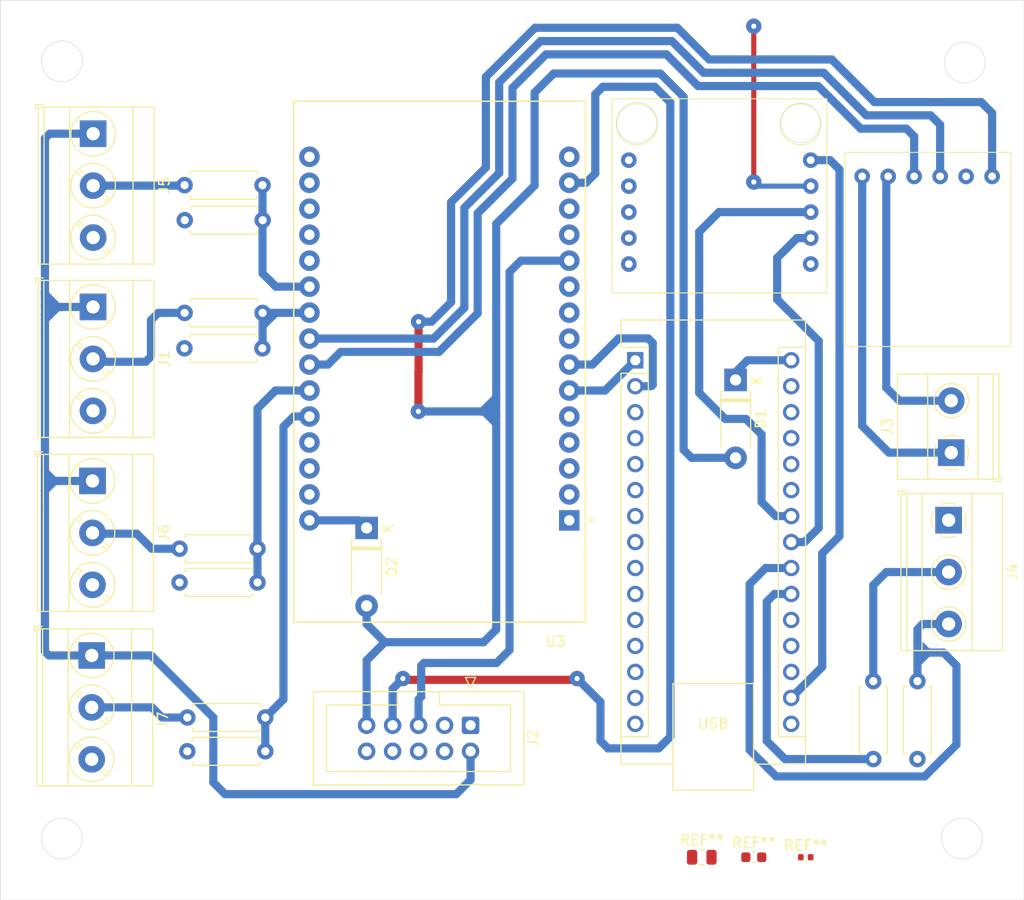
<source format=kicad_pcb>
(kicad_pcb (version 20240108) (generator "pcbnew") (generator_version "8.0")
  (layers (0 "F.Cu" signal) (31 "B.Cu" signal) (34 "B.Paste" user) (35 "F.Paste" user) (36 "B.SilkS" user "B.Silkscreen") (37 "F.SilkS" user "F.Silkscreen") (38 "B.Mask" user) (39 "F.Mask" user) (44 "Edge.Cuts" user))
  (net 0 "")
  (net 7 "3.3V")
  (net 11 "Net-(A1-A5)")
  (net 14 "Net-(A1-VIN)")
  (net 22 "Net-(J4-Pin_2)")
  (net 24 "GND")
  (net 31 "Net-(A1-A4)")
  (net 48 "nanoRX")
  (net 49 "nanoTX")
  (net 50 "5V")
  (net 51 "Net-(D2-K)")
  (net 52 "+12")
  (net 53 "Net-(J1-Pin_2)")
  (net 54 "ESP_SCL")
  (net 55 "ESP_SDA")
  (net 56 "CANL")
  (net 57 "CANH")
  (net 58 "Net-(J5-Pin_2)")
  (net 59 "Net-(J6-Pin_2)")
  (net 60 "Net-(J7-Pin_2)")
  (net 61 "WS1")
  (net 62 "WS2")
  (net 63 "WS3")
  (net 64 "WS4")
  (net 65 "RX_ESP")
  (net 66 "TX_ESP")
  (net 74 "Net-(A1-A3)")
  (net 75 "Net-(A1-A2)")
  (footprint "Connector_IDC:IDC-Header_2x05_P2.54mm_Vertical" (layer "F.Cu") (at 102.616 134.112 -90)
    (property "Reference" "J2" (at 1.27 -6.1 90) (layer "F.SilkS"))
    (property "Value" "Conn_02x05_Odd_Even")
    (pad "1" thru_hole roundrect (at 0 0 270) (size 1.7 1.7) (drill 1) (layers "*.Cu" "*.Mask") (roundrect_rratio 0.147059))
    (pad "2" thru_hole circle (at 2.54 0 270) (size 1.7 1.7) (drill 1) (layers "*.Cu" "*.Mask") (net 52 "+12"))
    (pad "3" thru_hole circle (at 0 2.54 270) (size 1.7 1.7) (drill 1) (layers "*.Cu" "*.Mask") (net 24 "GND"))
    (pad "4" thru_hole circle (at 2.54 2.54 270) (size 1.7 1.7) (drill 1) (layers "*.Cu" "*.Mask"))
    (pad "5" thru_hole circle (at 0 5.08 270) (size 1.7 1.7) (drill 1) (layers "*.Cu" "*.Mask") (net 55 "ESP_SDA"))
    (pad "6" thru_hole circle (at 2.54 5.08 270) (size 1.7 1.7) (drill 1) (layers "*.Cu" "*.Mask"))
    (pad "7" thru_hole circle (at 0 7.62 270) (size 1.7 1.7) (drill 1) (layers "*.Cu" "*.Mask") (net 54 "ESP_SCL"))
    (pad "8" thru_hole circle (at 2.54 7.62 270) (size 1.7 1.7) (drill 1) (layers "*.Cu" "*.Mask"))
    (pad "9" thru_hole circle (at 0 10.16 270) (size 1.7 1.7) (drill 1) (layers "*.Cu" "*.Mask") (net 50 "5V"))
    (pad "10" thru_hole circle (at 2.54 10.16 270) (size 1.7 1.7) (drill 1) (layers "*.Cu" "*.Mask"))
  )
  (footprint "Resistor_THT:R_Axial_DIN0207_L6.3mm_D2.5mm_P7.62mm_Horizontal" (layer "F.Cu") (at 74.93 136.652)
    (property "Reference" "R1" (hide yes))
    (property "Value" "220k")
    (pad "1" thru_hole circle (at 0 0) (size 1.6 1.6) (drill 0.8) (layers "*.Cu" "*.Mask") (net 24 "GND"))
    (pad "2" thru_hole oval (at 7.62 0) (size 1.6 1.6) (drill 0.8) (layers "*.Cu" "*.Mask") (net 61 "WS1"))
  )
  (footprint "TerminalBlock_Phoenix:TerminalBlock_Phoenix_MKDS-3-3-5.08_1x03_P5.08mm_Horizontal" (layer "F.Cu") (at 65.7098 93.1926 -90)
    (property "Reference" "J1" (at 5.08 -6.96 90) (layer "F.SilkS"))
    (property "Value" "WheelSpeed_3")
    (pad "1" thru_hole rect (at 0 0 270) (size 2.6 2.6) (drill 1.3) (layers "*.Cu" "*.Mask") (net 52 "+12"))
    (pad "2" thru_hole circle (at 5.08 0 270) (size 2.6 2.6) (drill 1.3) (layers "*.Cu" "*.Mask") (net 53 "Net-(J1-Pin_2)"))
    (pad "3" thru_hole circle (at 10.16 0 270) (size 2.6 2.6) (drill 1.3) (layers "*.Cu" "*.Mask") (net 24 "GND"))
  )
  (footprint "Resistor_THT:R_Axial_DIN0207_L6.3mm_D2.5mm_P7.62mm_Horizontal" (layer "F.Cu") (at 82.286192 93.771353 180)
    (property "Reference" "R6" (hide yes))
    (property "Value" "680K")
    (pad "1" thru_hole circle (at 0 0 180) (size 1.6 1.6) (drill 0.8) (layers "*.Cu" "*.Mask") (net 63 "WS3"))
    (pad "2" thru_hole oval (at 7.62 0 180) (size 1.6 1.6) (drill 0.8) (layers "*.Cu" "*.Mask") (net 53 "Net-(J1-Pin_2)"))
  )
  (footprint "Diode_THT:D_DO-41_SOD81_P7.62mm_Horizontal" (layer "F.Cu") (at 128.524 100.33 -90)
    (property "Reference" "D1" (at 3.81 -2.47 90) (layer "F.SilkS"))
    (property "Value" "1N4007")
    (fp_text user "K" (at 0 -2.1 90) (layer "F.SilkS"))
    (pad "1" thru_hole rect (at 0 0 270) (size 2.2 2.2) (drill 1.1) (layers "*.Cu" "*.Mask") (net 14 "Net-(A1-VIN)"))
    (pad "2" thru_hole oval (at 7.62 0 270) (size 2.2 2.2) (drill 1.1) (layers "*.Cu" "*.Mask") (net 50 "5V"))
  )
  (footprint "TerminalBlock_Phoenix:TerminalBlock_Phoenix_MKDS-1,5-3-5.08_1x03_P5.08mm_Horizontal" (layer "F.Cu") (at 149.352 114.046 -90)
    (property "Reference" "J4" (at 5.08 -6.26 90) (layer "F.SilkS"))
    (property "Value" "Screw_Terminal_01x03")
    (pad "1" thru_hole rect (at 0 0 270) (size 2.6 2.6) (drill 1.3) (layers "*.Cu" "*.Mask") (net 24 "GND"))
    (pad "2" thru_hole circle (at 5.08 0 270) (size 2.6 2.6) (drill 1.3) (layers "*.Cu" "*.Mask") (net 22 "Net-(J4-Pin_2)"))
    (pad "3" thru_hole circle (at 10.16 0 270) (size 2.6 2.6) (drill 1.3) (layers "*.Cu" "*.Mask") (net 74 "Net-(A1-A3)"))
  )
  (footprint "Module:Arduino_Nano" (layer "F.Cu") (at 118.721918 98.409153)
    (property "Reference" "A1" (hide yes))
    (property "Value" "Arduino_Nano_v2.x" (hide yes))
    (fp_text user "USB" (at 7.62 35.56 0) (layer "F.SilkS"))
    (pad "1" thru_hole rect (at 0 0) (size 1.6 1.6) (drill 1) (layers "*.Cu" "*.Mask") (net 49 "nanoTX"))
    (pad "2" thru_hole oval (at 0 2.54) (size 1.6 1.6) (drill 1) (layers "*.Cu" "*.Mask") (net 48 "nanoRX"))
    (pad "3" thru_hole oval (at 0 5.08) (size 1.6 1.6) (drill 1) (layers "*.Cu" "*.Mask"))
    (pad "4" thru_hole oval (at 0 7.62) (size 1.6 1.6) (drill 1) (layers "*.Cu" "*.Mask"))
    (pad "5" thru_hole oval (at 0 10.16) (size 1.6 1.6) (drill 1) (layers "*.Cu" "*.Mask"))
    (pad "6" thru_hole oval (at 0 12.7) (size 1.6 1.6) (drill 1) (layers "*.Cu" "*.Mask"))
    (pad "7" thru_hole oval (at 0 15.24) (size 1.6 1.6) (drill 1) (layers "*.Cu" "*.Mask"))
    (pad "8" thru_hole oval (at 0 17.78) (size 1.6 1.6) (drill 1) (layers "*.Cu" "*.Mask"))
    (pad "9" thru_hole oval (at 0 20.32) (size 1.6 1.6) (drill 1) (layers "*.Cu" "*.Mask"))
    (pad "10" thru_hole oval (at 0 22.86) (size 1.6 1.6) (drill 1) (layers "*.Cu" "*.Mask"))
    (pad "11" thru_hole oval (at 0 25.4) (size 1.6 1.6) (drill 1) (layers "*.Cu" "*.Mask"))
    (pad "12" thru_hole oval (at 0 27.94) (size 1.6 1.6) (drill 1) (layers "*.Cu" "*.Mask"))
    (pad "13" thru_hole oval (at 0 30.48) (size 1.6 1.6) (drill 1) (layers "*.Cu" "*.Mask"))
    (pad "14" thru_hole oval (at 0 33.02) (size 1.6 1.6) (drill 1) (layers "*.Cu" "*.Mask"))
    (pad "15" thru_hole oval (at 0 35.56) (size 1.6 1.6) (drill 1) (layers "*.Cu" "*.Mask"))
    (pad "16" thru_hole oval (at 15.24 35.56) (size 1.6 1.6) (drill 1) (layers "*.Cu" "*.Mask"))
    (pad "17" thru_hole oval (at 15.24 33.02) (size 1.6 1.6) (drill 1) (layers "*.Cu" "*.Mask") (net 7 "3.3V"))
    (pad "18" thru_hole oval (at 15.24 30.48) (size 1.6 1.6) (drill 1) (layers "*.Cu" "*.Mask"))
    (pad "19" thru_hole oval (at 15.24 27.94) (size 1.6 1.6) (drill 1) (layers "*.Cu" "*.Mask"))
    (pad "20" thru_hole oval (at 15.24 25.4) (size 1.6 1.6) (drill 1) (layers "*.Cu" "*.Mask"))
    (pad "21" thru_hole oval (at 15.24 22.86) (size 1.6 1.6) (drill 1) (layers "*.Cu" "*.Mask") (net 75 "Net-(A1-A2)"))
    (pad "22" thru_hole oval (at 15.24 20.32) (size 1.6 1.6) (drill 1) (layers "*.Cu" "*.Mask") (net 74 "Net-(A1-A3)"))
    (pad "23" thru_hole oval (at 15.24 17.78) (size 1.6 1.6) (drill 1) (layers "*.Cu" "*.Mask") (net 31 "Net-(A1-A4)"))
    (pad "24" thru_hole oval (at 15.24 15.24) (size 1.6 1.6) (drill 1) (layers "*.Cu" "*.Mask") (net 11 "Net-(A1-A5)"))
    (pad "25" thru_hole oval (at 15.24 12.7) (size 1.6 1.6) (drill 1) (layers "*.Cu" "*.Mask"))
    (pad "26" thru_hole oval (at 15.24 10.16) (size 1.6 1.6) (drill 1) (layers "*.Cu" "*.Mask"))
    (pad "27" thru_hole oval (at 15.24 7.62) (size 1.6 1.6) (drill 1) (layers "*.Cu" "*.Mask"))
    (pad "28" thru_hole oval (at 15.24 5.08) (size 1.6 1.6) (drill 1) (layers "*.Cu" "*.Mask"))
    (pad "29" thru_hole oval (at 15.24 2.54) (size 1.6 1.6) (drill 1) (layers "*.Cu" "*.Mask"))
    (pad "30" thru_hole oval (at 15.24 0) (size 1.6 1.6) (drill 1) (layers "*.Cu" "*.Mask") (net 14 "Net-(A1-VIN)"))
  )
  (footprint "Resistor_THT:R_Axial_DIN0207_L6.3mm_D2.5mm_P7.62mm_Horizontal" (layer "F.Cu") (at 141.986 129.794 -90)
    (property "Reference" "R10" (hide yes))
    (property "Value" "100")
    (pad "1" thru_hole circle (at 0 0 270) (size 1.6 1.6) (drill 0.8) (layers "*.Cu" "*.Mask") (net 22 "Net-(J4-Pin_2)"))
    (pad "2" thru_hole oval (at 7.62 0 270) (size 1.6 1.6) (drill 0.8) (layers "*.Cu" "*.Mask") (net 75 "Net-(A1-A2)"))
  )
  (footprint "Resistor_THT:R_Axial_DIN0207_L6.3mm_D2.5mm_P7.62mm_Horizontal" (layer "F.Cu") (at 146.304 137.414 90)
    (property "Reference" "R9" (hide yes))
    (property "Value" "330")
    (pad "1" thru_hole circle (at 0 0 90) (size 1.6 1.6) (drill 0.8) (layers "*.Cu" "*.Mask") (net 24 "GND"))
    (pad "2" thru_hole oval (at 7.62 0 90) (size 1.6 1.6) (drill 0.8) (layers "*.Cu" "*.Mask") (net 74 "Net-(A1-A3)"))
  )
  (footprint "Resistor_THT:R_Axial_DIN0207_L6.3mm_D2.5mm_P7.62mm_Horizontal" (layer "F.Cu") (at 74.676 84.706206)
    (property "Reference" "R7" (hide yes))
    (property "Value" "220k")
    (pad "1" thru_hole circle (at 0 0) (size 1.6 1.6) (drill 0.8) (layers "*.Cu" "*.Mask") (net 24 "GND"))
    (pad "2" thru_hole oval (at 7.62 0) (size 1.6 1.6) (drill 0.8) (layers "*.Cu" "*.Mask") (net 64 "WS4"))
  )
  (footprint "Capacitor_SMD:C_0603_1608Metric" (layer "F.Cu") (at 130.302 147.0152)
    (property "Reference" "REF**" (at 0 -1.43 0) (layer "F.SilkS"))
    (property "Value" "C_0603_1608Metric")
    (pad "1" smd roundrect (at -0.775 0) (size 0.9 0.95) (layers "F.Cu" "F.Paste" "F.Mask"))
    (pad "2" smd roundrect (at 0.775 0) (size 0.9 0.95) (layers "F.Cu" "F.Paste" "F.Mask"))
  )
  (footprint "Resistor_THT:R_Axial_DIN0207_L6.3mm_D2.5mm_P7.62mm_Horizontal" (layer "F.Cu") (at 74.649016 97.24028)
    (property "Reference" "R5" (hide yes))
    (property "Value" "220k")
    (pad "1" thru_hole circle (at 0 0) (size 1.6 1.6) (drill 0.8) (layers "*.Cu" "*.Mask") (net 24 "GND"))
    (pad "2" thru_hole oval (at 7.62 0) (size 1.6 1.6) (drill 0.8) (layers "*.Cu" "*.Mask") (net 63 "WS3"))
  )
  (footprint "TerminalBlock_Phoenix:TerminalBlock_Phoenix_MKDS-3-3-5.08_1x03_P5.08mm_Horizontal" (layer "F.Cu") (at 65.5828 127.2794 -90)
    (property "Reference" "J7" (at 6.35 -6.96 90) (layer "F.SilkS"))
    (property "Value" "WheelSpeed_1")
    (pad "1" thru_hole rect (at 0 0 270) (size 2.6 2.6) (drill 1.3) (layers "*.Cu" "*.Mask") (net 52 "+12"))
    (pad "2" thru_hole circle (at 5.08 0 270) (size 2.6 2.6) (drill 1.3) (layers "*.Cu" "*.Mask") (net 60 "Net-(J7-Pin_2)"))
    (pad "3" thru_hole circle (at 10.16 0 270) (size 2.6 2.6) (drill 1.3) (layers "*.Cu" "*.Mask") (net 24 "GND"))
  )
  (footprint "TerminalBlock_Phoenix:TerminalBlock_Phoenix_MKDS-1,5-2-5.08_1x02_P5.08mm_Horizontal" (layer "F.Cu") (at 149.606 107.442 90)
    (property "Reference" "J3" (at 2.54 -6.26 90) (layer "F.SilkS"))
    (property "Value" "Screw_Terminal_01x02")
    (pad "1" thru_hole rect (at 0 0 90) (size 2.6 2.6) (drill 1.3) (layers "*.Cu" "*.Mask") (net 56 "CANL"))
    (pad "2" thru_hole circle (at 5.08 0 90) (size 2.6 2.6) (drill 1.3) (layers "*.Cu" "*.Mask") (net 57 "CANH"))
  )
  (footprint "bno055:BNO055" (layer "F.Cu") (at 127.869237 65.335499)
    (property "Reference" "U1" (hide yes))
    (property "Value" "~" (hide yes))
    (pad "1" thru_hole circle (at 8 13.5) (size 1.524 1.524) (drill 0.762) (layers "*.Cu" "*.Mask") (net 7 "3.3V"))
    (pad "2" thru_hole circle (at 8 16.04) (size 1.524 1.524) (drill 0.762) (layers "*.Cu" "*.Mask") (net 24 "GND"))
    (pad "3" thru_hole circle (at 8 18.58) (size 1.524 1.524) (drill 0.762) (layers "*.Cu" "*.Mask") (net 11 "Net-(A1-A5)"))
    (pad "4" thru_hole circle (at 8 21.12) (size 1.524 1.524) (drill 0.762) (layers "*.Cu" "*.Mask") (net 31 "Net-(A1-A4)"))
    (pad "5" thru_hole circle (at 8 23.66) (size 1.524 1.524) (drill 0.762) (layers "*.Cu" "*.Mask"))
    (pad "6" thru_hole circle (at -9.78 13.5) (size 1.524 1.524) (drill 0.762) (layers "*.Cu" "*.Mask"))
    (pad "7" thru_hole circle (at -9.78 16.04) (size 1.524 1.524) (drill 0.762) (layers "*.Cu" "*.Mask"))
    (pad "8" thru_hole circle (at -9.78 18.58) (size 1.524 1.524) (drill 0.762) (layers "*.Cu" "*.Mask"))
    (pad "9" thru_hole circle (at -9.78 21.12) (size 1.524 1.524) (drill 0.762) (layers "*.Cu" "*.Mask"))
    (pad "10" thru_hole circle (at -9.78 23.66) (size 1.524 1.524) (drill 0.762) (layers "*.Cu" "*.Mask"))
  )
  (footprint "Capacitor_SMD:C_0402_1005Metric" (layer "F.Cu") (at 135.382 147.0152)
    (property "Reference" "REF**" (at 0 -1.16 0) (layer "F.SilkS"))
    (property "Value" "C_0402_1005Metric")
    (pad "1" smd roundrect (at -0.48 0) (size 0.56 0.62) (layers "F.Cu" "F.Paste" "F.Mask"))
    (pad "2" smd roundrect (at 0.48 0) (size 0.56 0.62) (layers "F.Cu" "F.Paste" "F.Mask"))
  )
  (footprint "Capacitor_SMD:C_0805_2012Metric" (layer "F.Cu") (at 125.222 147.0152)
    (property "Reference" "REF**" (at 0 -1.68 0) (layer "F.SilkS"))
    (property "Value" "C_0805_2012Metric")
    (pad "1" smd roundrect (at -0.95 0) (size 1 1.45) (layers "F.Cu" "F.Paste" "F.Mask"))
    (pad "2" smd roundrect (at 0.95 0) (size 1 1.45) (layers "F.Cu" "F.Paste" "F.Mask"))
  )
  (footprint "Resistor_THT:R_Axial_DIN0207_L6.3mm_D2.5mm_P7.62mm_Horizontal" (layer "F.Cu") (at 82.280252 81.28 180)
    (property "Reference" "R8" (hide yes))
    (property "Value" "680K")
    (pad "1" thru_hole circle (at 0 0 180) (size 1.6 1.6) (drill 0.8) (layers "*.Cu" "*.Mask") (net 64 "WS4"))
    (pad "2" thru_hole oval (at 7.62 0 180) (size 1.6 1.6) (drill 0.8) (layers "*.Cu" "*.Mask") (net 58 "Net-(J5-Pin_2)"))
  )
  (footprint "Resistor_THT:R_Axial_DIN0207_L6.3mm_D2.5mm_P7.62mm_Horizontal" (layer "F.Cu") (at 81.788 116.84 180)
    (property "Reference" "R4" (hide yes))
    (property "Value" "680K")
    (pad "1" thru_hole circle (at 0 0 180) (size 1.6 1.6) (drill 0.8) (layers "*.Cu" "*.Mask") (net 62 "WS2"))
    (pad "2" thru_hole oval (at 7.62 0 180) (size 1.6 1.6) (drill 0.8) (layers "*.Cu" "*.Mask") (net 59 "Net-(J6-Pin_2)"))
  )
  (footprint "Resistor_THT:R_Axial_DIN0207_L6.3mm_D2.5mm_P7.62mm_Horizontal" (layer "F.Cu") (at 82.55 133.35 180)
    (property "Reference" "R2" (hide yes))
    (property "Value" "680K")
    (pad "1" thru_hole circle (at 0 0 180) (size 1.6 1.6) (drill 0.8) (layers "*.Cu" "*.Mask") (net 61 "WS1"))
    (pad "2" thru_hole oval (at 7.62 0 180) (size 1.6 1.6) (drill 0.8) (layers "*.Cu" "*.Mask") (net 60 "Net-(J7-Pin_2)"))
  )
  (footprint "esp32dev:MODULE_ESP32_DEVKIT_V1" (layer "F.Cu") (at 99.568 98.552 180)
    (property "Reference" "U3" (at -11.355 -27.36 0) (layer "F.SilkS"))
    (property "Value" "ESP32-DEVKIT-V1")
    (pad "1" thru_hole rect (at -12.7 -15.515 180) (size 2 2) (drill 1.02) (layers "*.Cu" "*.Mask"))
    (pad "2" thru_hole circle (at -12.7 -12.975 180) (size 2 2) (drill 1.02) (layers "*.Cu" "*.Mask") (net 24 "GND"))
    (pad "3" thru_hole circle (at -12.7 -10.435 180) (size 2 2) (drill 1.02) (layers "*.Cu" "*.Mask"))
    (pad "4" thru_hole circle (at -12.7 -7.895 180) (size 2 2) (drill 1.02) (layers "*.Cu" "*.Mask"))
    (pad "5" thru_hole circle (at -12.7 -5.355 180) (size 2 2) (drill 1.02) (layers "*.Cu" "*.Mask"))
    (pad "6" thru_hole circle (at -12.7 -2.815 180) (size 2 2) (drill 1.02) (layers "*.Cu" "*.Mask") (net 49 "nanoTX"))
    (pad "7" thru_hole circle (at -12.7 -0.275 180) (size 2 2) (drill 1.02) (layers "*.Cu" "*.Mask") (net 48 "nanoRX"))
    (pad "8" thru_hole circle (at -12.7 2.265 180) (size 2 2) (drill 1.02) (layers "*.Cu" "*.Mask"))
    (pad "9" thru_hole circle (at -12.7 4.805 180) (size 2 2) (drill 1.02) (layers "*.Cu" "*.Mask"))
    (pad "10" thru_hole circle (at -12.7 7.345 180) (size 2 2) (drill 1.02) (layers "*.Cu" "*.Mask"))
    (pad "11" thru_hole circle (at -12.7 9.885 180) (size 2 2) (drill 1.02) (layers "*.Cu" "*.Mask") (net 55 "ESP_SDA"))
    (pad "12" thru_hole circle (at -12.7 12.425 180) (size 2 2) (drill 1.02) (layers "*.Cu" "*.Mask"))
    (pad "13" thru_hole circle (at -12.7 14.965 180) (size 2 2) (drill 1.02) (layers "*.Cu" "*.Mask"))
    (pad "14" thru_hole circle (at -12.7 17.505 180) (size 2 2) (drill 1.02) (layers "*.Cu" "*.Mask") (net 54 "ESP_SCL"))
    (pad "15" thru_hole circle (at -12.7 20.045 180) (size 2 2) (drill 1.02) (layers "*.Cu" "*.Mask"))
    (pad "16" thru_hole circle (at 12.7 20.045 180) (size 2 2) (drill 1.02) (layers "*.Cu" "*.Mask"))
    (pad "17" thru_hole circle (at 12.7 17.505 180) (size 2 2) (drill 1.02) (layers "*.Cu" "*.Mask"))
    (pad "18" thru_hole circle (at 12.7 14.965 180) (size 2 2) (drill 1.02) (layers "*.Cu" "*.Mask"))
    (pad "19" thru_hole circle (at 12.7 12.425 180) (size 2 2) (drill 1.02) (layers "*.Cu" "*.Mask"))
    (pad "20" thru_hole circle (at 12.7 9.885 180) (size 2 2) (drill 1.02) (layers "*.Cu" "*.Mask"))
    (pad "21" thru_hole circle (at 12.7 7.345 180) (size 2 2) (drill 1.02) (layers "*.Cu" "*.Mask") (net 64 "WS4"))
    (pad "22" thru_hole circle (at 12.7 4.805 180) (size 2 2) (drill 1.02) (layers "*.Cu" "*.Mask") (net 63 "WS3"))
    (pad "23" thru_hole circle (at 12.7 2.265 180) (size 2 2) (drill 1.02) (layers "*.Cu" "*.Mask") (net 65 "RX_ESP"))
    (pad "24" thru_hole circle (at 12.7 -0.275 180) (size 2 2) (drill 1.02) (layers "*.Cu" "*.Mask") (net 66 "TX_ESP"))
    (pad "25" thru_hole circle (at 12.7 -2.815 180) (size 2 2) (drill 1.02) (layers "*.Cu" "*.Mask") (net 62 "WS2"))
    (pad "26" thru_hole circle (at 12.7 -5.355 180) (size 2 2) (drill 1.02) (layers "*.Cu" "*.Mask") (net 61 "WS1"))
    (pad "27" thru_hole circle (at 12.7 -7.895 180) (size 2 2) (drill 1.02) (layers "*.Cu" "*.Mask"))
    (pad "28" thru_hole circle (at 12.7 -10.435 180) (size 2 2) (drill 1.02) (layers "*.Cu" "*.Mask"))
    (pad "29" thru_hole circle (at 12.7 -12.975 180) (size 2 2) (drill 1.02) (layers "*.Cu" "*.Mask") (net 24 "GND"))
    (pad "30" thru_hole circle (at 12.7 -15.515 180) (size 2 2) (drill 1.02) (layers "*.Cu" "*.Mask") (net 51 "Net-(D2-K)"))
  )
  (footprint "TerminalBlock_Phoenix:TerminalBlock_Phoenix_MKDS-3-3-5.08_1x03_P5.08mm_Horizontal" (layer "F.Cu") (at 65.722826 76.24664 -90)
    (property "Reference" "J5" (at 5.08 -6.96 90) (layer "F.SilkS"))
    (property "Value" "WheelSpeed_4")
    (pad "1" thru_hole rect (at 0 0 270) (size 2.6 2.6) (drill 1.3) (layers "*.Cu" "*.Mask") (net 52 "+12"))
    (pad "2" thru_hole circle (at 5.08 0 270) (size 2.6 2.6) (drill 1.3) (layers "*.Cu" "*.Mask") (net 58 "Net-(J5-Pin_2)"))
    (pad "3" thru_hole circle (at 10.16 0 270) (size 2.6 2.6) (drill 1.3) (layers "*.Cu" "*.Mask") (net 24 "GND"))
  )
  (footprint "Diode_THT:D_DO-41_SOD81_P7.62mm_Horizontal" (layer "F.Cu") (at 92.456 114.808 -90)
    (property "Reference" "D2" (at 3.81 -2.47 -90) (layer "F.SilkS"))
    (property "Value" "1N4007")
    (fp_text user "K" (at 0 -2.1 -90) (layer "F.SilkS"))
    (pad "1" thru_hole rect (at 0 0 270) (size 2.2 2.2) (drill 1.1) (layers "*.Cu" "*.Mask") (net 51 "Net-(D2-K)"))
    (pad "2" thru_hole oval (at 7.62 0 270) (size 2.2 2.2) (drill 1.1) (layers "*.Cu" "*.Mask") (net 50 "5V"))
  )
  (footprint "MCP2551:MCP2551" (layer "F.Cu") (at 148.520512 70.261023)
    (property "Reference" "U2" (hide yes))
    (property "Value" "~")
    (pad "1" thru_hole circle (at 5.08 10.16) (size 1.524 1.524) (drill 0.762) (layers "*.Cu" "*.Mask") (net 50 "5V"))
    (pad "2" thru_hole circle (at 2.54 10.16) (size 1.524 1.524) (drill 0.762) (layers "*.Cu" "*.Mask") (net 24 "GND"))
    (pad "3" thru_hole circle (at 0 10.16) (size 1.524 1.524) (drill 0.762) (layers "*.Cu" "*.Mask") (net 65 "RX_ESP"))
    (pad "4" thru_hole circle (at -2.54 10.16) (size 1.524 1.524) (drill 0.762) (layers "*.Cu" "*.Mask") (net 66 "TX_ESP"))
    (pad "5" thru_hole circle (at -5.08 10.16) (size 1.524 1.524) (drill 0.762) (layers "*.Cu" "*.Mask") (net 57 "CANH"))
    (pad "6" thru_hole circle (at -7.62 10.16) (size 1.524 1.524) (drill 0.762) (layers "*.Cu" "*.Mask") (net 56 "CANL"))
  )
  (footprint "TerminalBlock_Phoenix:TerminalBlock_Phoenix_MKDS-3-3-5.08_1x03_P5.08mm_Horizontal" (layer "F.Cu") (at 65.659 110.2106 -90)
    (property "Reference" "J6" (at 5.08 -6.96 90) (layer "F.SilkS"))
    (property "Value" "WheelSpeed_2")
    (pad "1" thru_hole rect (at 0 0 270) (size 2.6 2.6) (drill 1.3) (layers "*.Cu" "*.Mask") (net 52 "+12"))
    (pad "2" thru_hole circle (at 5.08 0 270) (size 2.6 2.6) (drill 1.3) (layers "*.Cu" "*.Mask") (net 59 "Net-(J6-Pin_2)"))
    (pad "3" thru_hole circle (at 10.16 0 270) (size 2.6 2.6) (drill 1.3) (layers "*.Cu" "*.Mask") (net 24 "GND"))
  )
  (footprint "Resistor_THT:R_Axial_DIN0207_L6.3mm_D2.5mm_P7.62mm_Horizontal" (layer "F.Cu") (at 74.168 120.142)
    (property "Reference" "R3" (hide yes))
    (property "Value" "220k")
    (pad "1" thru_hole circle (at 0 0) (size 1.6 1.6) (drill 0.8) (layers "*.Cu" "*.Mask") (net 24 "GND"))
    (pad "2" thru_hole oval (at 7.62 0) (size 1.6 1.6) (drill 0.8) (layers "*.Cu" "*.Mask") (net 62 "WS2"))
  )
  (gr_circle (center 150.6446 145.1864) (end 152.6446 145.1864) (stroke (width 0.05)) (fill none) (layer "Edge.Cuts"))
  (gr_circle (center 134.874 75.184) (end 135.636 76.962) (stroke (width 0.05)) (fill none) (layer "Edge.Cuts"))
  (gr_circle (center 150.9268 69.2912) (end 152.9268 69.2912) (stroke (width 0.05)) (fill none) (layer "Edge.Cuts"))
  (gr_circle (center 62.6646 145.1864) (end 64.6646 145.1864) (stroke (width 0.05)) (fill none) (layer "Edge.Cuts"))
  (gr_circle (center 62.6618 69.1642) (end 64.6618 69.1642) (stroke (width 0.05)) (fill none) (layer "Edge.Cuts"))
  (gr_rect (start 56.642 63.1952) (end 156.718 151.2062) (stroke (width 0.05)) (fill none) (layer "Edge.Cuts"))
  (gr_circle (center 118.872 75.184) (end 120.142 76.708) (stroke (width 0.05)) (fill none) (layer "Edge.Cuts"))
  (segment (start 137.763499 78.835499) (end 138.684 79.756) (width 0.8) (layer "B.Cu") (net 7))
  (segment (start 138.684 115.602208) (end 136.991413 117.294795) (width 0.8) (layer "B.Cu") (net 7))
  (segment (start 136.991413 117.294795) (end 136.991413 128.399658) (width 0.8) (layer "B.Cu") (net 7))
  (segment (start 138.684 79.756) (end 138.684 115.602208) (width 0.8) (layer "B.Cu") (net 7))
  (segment (start 135.869237 78.835499) (end 137.763499 78.835499) (width 0.8) (layer "B.Cu") (net 7))
  (segment (start 136.991413 128.399658) (end 133.961918 131.429153) (width 0.8) (layer "B.Cu") (net 7))
  (segment (start 127.508 104.14) (end 129.54 104.14) (width 0.8) (layer "B.Cu") (net 11))
  (segment (start 129.54 104.14) (end 131.064 105.664) (width 0.8) (layer "B.Cu") (net 11))
  (segment (start 124.968 85.852) (end 124.968 101.6) (width 0.8) (layer "B.Cu") (net 11))
  (segment (start 124.968 101.6) (end 127.508 104.14) (width 0.8) (layer "B.Cu") (net 11))
  (segment (start 126.904501 83.915499) (end 124.968 85.852) (width 0.8) (layer "B.Cu") (net 11))
  (segment (start 135.869237 83.915499) (end 126.904501 83.915499) (width 0.8) (layer "B.Cu") (net 11))
  (segment (start 131.064 112.268) (end 132.445153 113.649153) (width 0.8) (layer "B.Cu") (net 11))
  (segment (start 132.445153 113.649153) (end 133.961918 113.649153) (width 0.8) (layer "B.Cu") (net 11))
  (segment (start 131.064 105.664) (end 131.064 112.268) (width 0.8) (layer "B.Cu") (net 11))
  (segment (start 129.682847 98.409153) (end 128.524 99.568) (width 0.8) (layer "B.Cu") (net 14))
  (segment (start 128.524 99.568) (end 128.524 100.33) (width 0.8) (layer "B.Cu") (net 14))
  (segment (start 133.961918 98.409153) (end 129.682847 98.409153) (width 0.8) (layer "B.Cu") (net 14))
  (segment (start 141.986 120.396) (end 141.986 129.794) (width 0.8) (layer "B.Cu") (net 22))
  (segment (start 143.256 119.126) (end 141.986 120.396) (width 0.8) (layer "B.Cu") (net 22))
  (segment (start 149.352 119.126) (end 143.256 119.126) (width 0.8) (layer "B.Cu") (net 22))
  (segment (start 130.302 80.9752) (end 130.302 65.7352) (width 0.5) (layer "F.Cu") (net 24))
  (via (at 130.302 65.7352) (size 1.5) (drill 0.5) (layers "F.Cu" "B.Cu") (net 24))
  (via (at 130.302 80.9752) (size 1.5) (drill 0.5) (layers "F.Cu" "B.Cu") (net 24))
  (segment (start 130.702299 81.375499) (end 135.869237 81.375499) (width 0.5) (layer "B.Cu") (net 24))
  (segment (start 130.302 80.9752) (end 130.702299 81.375499) (width 0.5) (layer "B.Cu") (net 24))
  (segment (start 135.869237 86.455499) (end 134.524501 86.455499) (width 0.8) (layer "B.Cu") (net 31))
  (segment (start 135.270847 116.189153) (end 133.961918 116.189153) (width 0.8) (layer "B.Cu") (net 31))
  (segment (start 132.588 88.392) (end 132.588 92.456) (width 0.8) (layer "B.Cu") (net 31))
  (segment (start 136.652 96.52) (end 136.652 114.808) (width 0.8) (layer "B.Cu") (net 31))
  (segment (start 134.524501 86.455499) (end 132.588 88.392) (width 0.8) (layer "B.Cu") (net 31))
  (segment (start 132.588 92.456) (end 136.652 96.52) (width 0.8) (layer "B.Cu") (net 31))
  (segment (start 136.652 114.808) (end 135.270847 116.189153) (width 0.8) (layer "B.Cu") (net 31))
  (segment (start 118.721918 100.949153) (end 120.284847 100.949153) (width 0.8) (layer "B.Cu") (net 48))
  (segment (start 120.421918 100.812082) (end 120.421918 96.709153) (width 0.8) (layer "B.Cu") (net 48))
  (segment (start 114.533 98.827) (end 112.268 98.827) (width 0.8) (layer "B.Cu") (net 48))
  (segment (start 120.421918 96.709153) (end 119.978765 96.266) (width 0.8) (layer "B.Cu") (net 48))
  (segment (start 117.094 96.266) (end 114.533 98.827) (width 0.8) (layer "B.Cu") (net 48))
  (segment (start 120.284847 100.949153) (end 120.421918 100.812082) (width 0.8) (layer "B.Cu") (net 48))
  (segment (start 119.978765 96.266) (end 117.094 96.266) (width 0.8) (layer "B.Cu") (net 48))
  (segment (start 118.721918 98.409153) (end 115.764071 101.367) (width 0.8) (layer "B.Cu") (net 49))
  (segment (start 115.764071 101.367) (end 112.268 101.367) (width 0.8) (layer "B.Cu") (net 49))
  (segment (start 97.5189 103.414072) (end 97.5189 99.5851) (width 0.8) (layer "F.Cu") (net 50))
  (segment (start 97.536 99.568) (end 97.536 94.637) (width 0.8) (layer "F.Cu") (net 50))
  (segment (start 97.5189 99.5851) (end 97.536 99.568) (width 0.8) (layer "F.Cu") (net 50))
  (via (at 97.536 94.637) (size 1.5) (drill 0.5) (layers "F.Cu" "B.Cu") (net 50))
  (via (at 97.5189 103.414072) (size 1.5) (drill 0.5) (layers "F.Cu" "B.Cu") (net 50))
  (segment (start 123.444 107.173) (end 123.444 72.644) (width 0.8) (layer "B.Cu") (net 50))
  (segment (start 92.456 127.762) (end 94.234 125.984) (width 0.8) (layer "B.Cu") (net 50))
  (segment (start 103.632 103.414072) (end 97.5189 103.414072) (width 0.8) (layer "B.Cu") (net 50))
  (segment (start 153.600512 74.225512) (end 153.600512 80.421023) (width 0.8) (layer "B.Cu") (net 50))
  (segment (start 92.456 134.112) (end 92.456 127.762) (width 0.8) (layer "B.Cu") (net 50))
  (segment (start 100.711 82.9564) (end 104.1146 79.5528) (width 0.8) (layer "B.Cu") (net 50))
  (segment (start 137.922 68.9864) (end 142.0876 73.152) (width 0.8) (layer "B.Cu") (net 50))
  (segment (start 105.125761 85.070793) (end 105.125761 102.0572) (width 0.8) (layer "B.Cu") (net 50))
  (segment (start 104.704633 103.414072) (end 103.632 103.414072) (width 0.8) (layer "B.Cu") (net 50))
  (segment (start 105.645458 84.551096) (end 105.125761 85.070793) (width 0.8) (layer "B.Cu") (net 50))
  (segment (start 125.9332 68.9864) (end 137.922 68.9864) (width 0.8) (layer "B.Cu") (net 50))
  (segment (start 98.8094 94.637) (end 100.711 92.7354) (width 0.8) (layer "B.Cu") (net 50))
  (segment (start 103.942633 103.414072) (end 105.125761 104.5972) (width 0.8) (layer "B.Cu") (net 50))
  (segment (start 105.125761 103.8352) (end 104.704633 103.414072) (width 0.8) (layer "B.Cu") (net 50))
  (segment (start 105.647451 84.551096) (end 105.645458 84.551096) (width 0.8) (layer "B.Cu") (net 50))
  (segment (start 142.0876 73.152) (end 152.527 73.152) (width 0.8) (layer "B.Cu") (net 50))
  (segment (start 105.125761 104.5972) (end 105.125761 124.744239) (width 0.8) (layer "B.Cu") (net 50))
  (segment (start 105.125761 102.0572) (end 105.125761 103.8352) (width 0.8) (layer "B.Cu") (net 50))
  (segment (start 103.632 103.414072) (end 103.768889 103.414072) (width 0.8) (layer "B.Cu") (net 50))
  (segment (start 103.768889 103.414072) (end 103.942633 103.414072) (width 0.8) (layer "B.Cu") (net 50))
  (segment (start 100.711 92.7354) (end 100.711 82.9564) (width 0.8) (layer "B.Cu") (net 50))
  (segment (start 104.1146 79.5528) (end 104.1146 70.6882) (width 0.8) (layer "B.Cu") (net 50))
  (segment (start 152.527 73.152) (end 153.600512 74.225512) (width 0.8) (layer "B.Cu") (net 50))
  (segment (start 108.878 72.224) (end 108.878 81.320547) (width 0.8) (layer "B.Cu") (net 50))
  (segment (start 121.158 70.358) (end 110.744 70.358) (width 0.8) (layer "B.Cu") (net 50))
  (segment (start 105.125761 124.744239) (end 103.886 125.984) (width 0.8) (layer "B.Cu") (net 50))
  (segment (start 97.536 94.637) (end 98.8094 94.637) (width 0.8) (layer "B.Cu") (net 50))
  (segment (start 103.886 125.984) (end 94.234 125.984) (width 0.8) (layer "B.Cu") (net 50))
  (segment (start 92.456 122.428) (end 92.456 124.206) (width 0.8) (layer "B.Cu") (net 50))
  (segment (start 103.768889 103.414072) (end 105.125761 102.0572) (width 0.8) (layer "B.Cu") (net 50))
  (segment (start 124.221 107.95) (end 123.444 107.173) (width 0.8) (layer "B.Cu") (net 50))
  (segment (start 105.125761 103.8352) (end 105.125761 104.5972) (width 0.8) (layer "B.Cu") (net 50))
  (segment (start 108.878 81.320547) (end 105.647451 84.551096) (width 0.8) (layer "B.Cu") (net 50))
  (segment (start 92.456 124.206) (end 94.234 125.984) (width 0.8) (layer "B.Cu") (net 50))
  (segment (start 108.9152 65.8876) (end 122.8344 65.8876) (width 0.8) (layer "B.Cu") (net 50))
  (segment (start 110.744 70.358) (end 108.878 72.224) (width 0.8) (layer "B.Cu") (net 50))
  (segment (start 128.524 107.95) (end 124.221 107.95) (width 0.8) (layer "B.Cu") (net 50))
  (segment (start 123.444 72.644) (end 121.158 70.358) (width 0.8) (layer "B.Cu") (net 50))
  (segment (start 104.1146 70.6882) (end 108.9152 65.8876) (width 0.8) (layer "B.Cu") (net 50))
  (segment (start 122.8344 65.8876) (end 125.9332 68.9864) (width 0.8) (layer "B.Cu") (net 50))
  (segment (start 91.715 114.067) (end 86.868 114.067) (width 0.8) (layer "B.Cu") (net 51))
  (segment (start 92.456 114.808) (end 91.715 114.067) (width 0.8) (layer "B.Cu") (net 51))
  (segment (start 65.5828 127.2794) (end 71.3994 127.2794) (width 0.8) (layer "B.Cu") (net 52))
  (segment (start 77.47 133.35) (end 77.47 139.7) (width 0.8) (layer "B.Cu") (net 52))
  (segment (start 61.341 110.2106) (end 61.0108 110.5408) (width 0.8) (layer "B.Cu") (net 52))
  (segment (start 61.0108 126.8984) (end 61.3918 127.2794) (width 0.8) (layer "B.Cu") (net 52))
  (segment (start 61.0108 91.7194) (end 61.0108 76.711372) (width 0.8) (layer "B.Cu") (net 52))
  (segment (start 61.0108 112.776) (end 61.0108 111.6584) (width 0.8) (layer "B.Cu") (net 52))
  (segment (start 62.2554 93.1926) (end 61.0108 91.948) (width 0.8) (layer "B.Cu") (net 52))
  (segment (start 61.0108 76.711372) (end 61.475532 76.24664) (width 0.8) (layer "B.Cu") (net 52))
  (segment (start 101.218 140.844) (end 102.616 139.446) (width 0.8) (layer "B.Cu") (net 52))
  (segment (start 61.0108 93.9292) (end 61.0108 93.0656) (width 0.8) (layer "B.Cu") (net 52))
  (segment (start 61.0108 111.6584) (end 61.0108 111.1504) (width 0.8) (layer "B.Cu") (net 52))
  (segment (start 62.4332 110.2106) (end 61.8998 110.2106) (width 0.8) (layer "B.Cu") (net 52))
  (segment (start 102.616 139.446) (end 102.616 136.652) (width 0.8) (layer "B.Cu") (net 52))
  (segment (start 61.0108 110.5408) (end 61.0108 109.3216) (width 0.8) (layer "B.Cu") (net 52))
  (segment (start 62.2554 93.1926) (end 61.0108 94.4372) (width 0.8) (layer "B.Cu") (net 52))
  (segment (start 62.6364 93.1926) (end 61.976 93.1926) (width 0.8) (layer "B.Cu") (net 52))
  (segment (start 61.0108 109.3216) (end 61.0108 95.758) (width 0.8) (layer "B.Cu") (net 52))
  (segment (start 65.659 110.2106) (end 62.4332 110.2106) (width 0.8) (layer "B.Cu") (net 52))
  (segment (start 61.0108 112.776) (end 61.0108 126.8984) (width 0.8) (layer "B.Cu") (net 52))
  (segment (start 61.0108 95.758) (end 61.0108 94.4372) (width 0.8) (layer "B.Cu") (net 52))
  (segment (start 62.6364 93.1926) (end 62.2554 93.1926) (width 0.8) (layer "B.Cu") (net 52))
  (segment (start 61.8998 110.2106) (end 61.0108 109.3216) (width 0.8) (layer "B.Cu") (net 52))
  (segment (start 61.0108 94.4372) (end 61.0108 93.9292) (width 0.8) (layer "B.Cu") (net 52))
  (segment (start 61.0108 111.1504) (end 61.0108 110.5408) (width 0.8) (layer "B.Cu") (net 52))
  (segment (start 61.976 93.1926) (end 61.1378 93.1926) (width 0.8) (layer "B.Cu") (net 52))
  (segment (start 77.47 139.7) (end 78.614 140.844) (width 0.8) (layer "B.Cu") (net 52))
  (segment (start 62.4332 110.2106) (end 61.341 110.2106) (width 0.8) (layer "B.Cu") (net 52))
  (segment (start 61.0108 92.3036) (end 61.0108 91.7194) (width 0.8) (layer "B.Cu") (net 52))
  (segment (start 65.7098 93.1926) (end 62.6364 93.1926) (width 0.8) (layer "B.Cu") (net 52))
  (segment (start 61.1378 93.1926) (end 61.0108 93.0656) (width 0.8) (layer "B.Cu") (net 52))
  (segment (start 61.475532 76.24664) (end 65.722826 76.24664) (width 0.8) (layer "B.Cu") (net 52))
  (segment (start 61.9506 110.2106) (end 61.0108 111.1504) (width 0.8) (layer "B.Cu") (net 52))
  (segment (start 71.3994 127.2794) (end 77.47 133.35) (width 0.8) (layer "B.Cu") (net 52))
  (segment (start 61.0108 91.948) (end 61.0108 91.7194) (width 0.8) (layer "B.Cu") (net 52))
  (segment (start 61.3918 127.2794) (end 65.5828 127.2794) (width 0.8) (layer "B.Cu") (net 52))
  (segment (start 61.976 93.1926) (end 61.7474 93.1926) (width 0.8) (layer "B.Cu") (net 52))
  (segment (start 78.614 140.844) (end 101.218 140.844) (width 0.8) (layer "B.Cu") (net 52))
  (segment (start 62.4332 110.2106) (end 61.9506 110.2106) (width 0.8) (layer "B.Cu") (net 52))
  (segment (start 61.0108 93.0656) (end 61.0108 92.3036) (width 0.8) (layer "B.Cu") (net 52))
  (segment (start 65.74 99.055) (end 66.243 98.552) (width 0.8) (layer "B.Cu") (net 53))
  (segment (start 71.374 98.044) (end 71.374 94.488) (width 0.8) (layer "B.Cu") (net 53))
  (segment (start 71.374 94.488) (end 72.090647 93.771353) (width 0.8) (layer "B.Cu") (net 53))
  (segment (start 72.090647 93.771353) (end 74.666192 93.771353) (width 0.8) (layer "B.Cu") (net 53))
  (segment (start 70.866 98.552) (end 71.374 98.044) (width 0.8) (layer "B.Cu") (net 53))
  (segment (start 66.243 98.552) (end 70.866 98.552) (width 0.8) (layer "B.Cu") (net 53))
  (segment (start 113.03 129.54) (end 112.904 129.666) (width 0.8) (layer "F.Cu") (net 54))
  (segment (start 112.904 129.666) (end 96.128874 129.666) (width 0.8) (layer "F.Cu") (net 54))
  (segment (start 96.128874 129.666) (end 96.002874 129.54) (width 0.8) (layer "F.Cu") (net 54))
  (via (at 113.03 129.54) (size 1.5) (drill 0.5) (layers "F.Cu" "B.Cu") (net 54))
  (via (at 96.002874 129.54) (size 1.5) (drill 0.5) (layers "F.Cu" "B.Cu") (net 54))
  (segment (start 122.144 135.231106) (end 122.144 73.182478) (width 0.8) (layer "B.Cu") (net 54))
  (segment (start 96.002874 129.54) (end 94.996 130.546874) (width 0.8) (layer "B.Cu") (net 54))
  (segment (start 114.808 72.39) (end 114.808 80.137) (width 0.8) (layer "B.Cu") (net 54))
  (segment (start 116.048 136.368) (end 121.007106 136.368) (width 0.8) (layer "B.Cu") (net 54))
  (segment (start 113.03 129.54) (end 115.316 131.826) (width 0.8) (layer "B.Cu") (net 54))
  (segment (start 113.898 81.047) (end 112.268 81.047) (width 0.8) (layer "B.Cu") (net 54))
  (segment (start 121.007106 136.368) (end 122.144 135.231106) (width 0.8) (layer "B.Cu") (net 54))
  (segment (start 115.54 71.658) (end 114.808 72.39) (width 0.8) (layer "B.Cu") (net 54))
  (segment (start 94.996 130.546874) (end 94.996 134.112) (width 0.8) (layer "B.Cu") (net 54))
  (segment (start 115.316 135.636) (end 116.048 136.368) (width 0.8) (layer "B.Cu") (net 54))
  (segment (start 114.808 80.137) (end 113.898 81.047) (width 0.8) (layer "B.Cu") (net 54))
  (segment (start 120.619522 71.658) (end 115.54 71.658) (width 0.8) (layer "B.Cu") (net 54))
  (segment (start 122.144 73.182478) (end 120.619522 71.658) (width 0.8) (layer "B.Cu") (net 54))
  (segment (start 115.316 131.826) (end 115.316 135.636) (width 0.8) (layer "B.Cu") (net 54))
  (segment (start 97.79 128.27) (end 97.79 131.318) (width 0.8) (layer "B.Cu") (net 55))
  (segment (start 107.532251 88.667) (end 106.426 89.773251) (width 0.8) (layer "B.Cu") (net 55))
  (segment (start 112.268 88.667) (end 107.532251 88.667) (width 0.8) (layer "B.Cu") (net 55))
  (segment (start 98.044 128.016) (end 97.79 128.27) (width 0.8) (layer "B.Cu") (net 55))
  (segment (start 105.156 128.016) (end 98.044 128.016) (width 0.8) (layer "B.Cu") (net 55))
  (segment (start 106.426 89.773251) (end 106.426 126.746) (width 0.8) (layer "B.Cu") (net 55))
  (segment (start 97.536 131.572) (end 97.536 134.112) (width 0.8) (layer "B.Cu") (net 55))
  (segment (start 97.79 131.318) (end 97.536 131.572) (width 0.8) (layer "B.Cu") (net 55))
  (segment (start 106.426 126.746) (end 105.156 128.016) (width 0.8) (layer "B.Cu") (net 55))
  (segment (start 143.51 107.442) (end 149.606 107.442) (width 0.8) (layer "B.Cu") (net 56))
  (segment (start 140.900512 80.421023) (end 140.900512 104.832512) (width 0.8) (layer "B.Cu") (net 56))
  (segment (start 140.900512 104.832512) (end 143.51 107.442) (width 0.8) (layer "B.Cu") (net 56))
  (segment (start 143.256 101.092) (end 144.526 102.362) (width 0.8) (layer "B.Cu") (net 57))
  (segment (start 143.256 80.605535) (end 143.256 101.092) (width 0.8) (layer "B.Cu") (net 57))
  (segment (start 144.526 102.362) (end 149.606 102.362) (width 0.8) (layer "B.Cu") (net 57))
  (segment (start 143.440512 80.421023) (end 143.256 80.605535) (width 0.8) (layer "B.Cu") (net 57))
  (segment (start 74.613612 81.32664) (end 74.660252 81.28) (width 0.8) (layer "B.Cu") (net 58))
  (segment (start 65.722826 81.32664) (end 74.613612 81.32664) (width 0.8) (layer "B.Cu") (net 58))
  (segment (start 66.38 81.28) (end 66.375 81.275) (width 0.8) (layer "B.Cu") (net 58))
  (segment (start 71.4502 116.84) (end 74.168 116.84) (width 0.8) (layer "B.Cu") (net 59))
  (segment (start 70.0024 115.3922) (end 70.993 116.3828) (width 0.8) (layer "B.Cu") (net 59))
  (segment (start 65.659 115.2906) (end 65.7352 115.3668) (width 0.8) (layer "B.Cu") (net 59))
  (segment (start 65.7352 115.3668) (end 70.0024 115.3668) (width 0.8) (layer "B.Cu") (net 59))
  (segment (start 70.993 116.3828) (end 71.4502 116.84) (width 0.8) (layer "B.Cu") (net 59))
  (segment (start 72.4662 133.35) (end 71.4756 132.3594) (width 0.8) (layer "B.Cu") (net 60))
  (segment (start 65.5828 132.3594) (end 65.659 132.2832) (width 0.8) (layer "B.Cu") (net 60))
  (segment (start 71.4756 132.3594) (end 65.5828 132.3594) (width 0.8) (layer "B.Cu") (net 60))
  (segment (start 74.93 133.35) (end 72.4662 133.35) (width 0.8) (layer "B.Cu") (net 60))
  (segment (start 85.323 103.907) (end 86.868 103.907) (width 0.8) (layer "B.Cu") (net 61))
  (segment (start 82.55 136.652) (end 82.55 133.35) (width 0.8) (layer "B.Cu") (net 61))
  (segment (start 84.328 131.572) (end 84.328 104.902) (width 0.8) (layer "B.Cu") (net 61))
  (segment (start 82.55 133.35) (end 84.328 131.572) (width 0.8) (layer "B.Cu") (net 61))
  (segment (start 84.328 104.902) (end 85.323 103.907) (width 0.8) (layer "B.Cu") (net 61))
  (segment (start 81.788 116.84) (end 81.788 103.124) (width 0.8) (layer "B.Cu") (net 62))
  (segment (start 81.788 120.142) (end 81.788 116.84) (width 0.8) (layer "B.Cu") (net 62))
  (segment (start 81.788 103.124) (end 83.545 101.367) (width 0.8) (layer "B.Cu") (net 62))
  (segment (start 83.545 101.367) (end 86.868 101.367) (width 0.8) (layer "B.Cu") (net 62))
  (segment (start 83.566 93.771353) (end 86.843647 93.771353) (width 0.8) (layer "B.Cu") (net 63))
  (segment (start 82.286192 94.996) (end 82.286192 97.223104) (width 0.8) (layer "B.Cu") (net 63))
  (segment (start 86.843647 93.771353) (end 86.868 93.747) (width 0.8) (layer "B.Cu") (net 63))
  (segment (start 82.286192 94.996) (end 82.341353 94.996) (width 0.8) (layer "B.Cu") (net 63))
  (segment (start 82.341353 94.996) (end 83.566 93.771353) (width 0.8) (layer "B.Cu") (net 63))
  (segment (start 82.286192 97.223104) (end 82.269016 97.24028) (width 0.8) (layer "B.Cu") (net 63))
  (segment (start 82.286192 93.771353) (end 83.566 93.771353) (width 0.8) (layer "B.Cu") (net 63))
  (segment (start 82.286192 93.771353) (end 82.286192 94.996) (width 0.8) (layer "B.Cu") (net 63))
  (segment (start 82.280252 83.82) (end 82.280252 84.690458) (width 0.8) (layer "B.Cu") (net 64))
  (segment (start 83.587 91.207) (end 86.868 91.207) (width 0.8) (layer "B.Cu") (net 64))
  (segment (start 82.280252 83.82) (end 82.280252 89.900252) (width 0.8) (layer "B.Cu") (net 64))
  (segment (start 82.280252 81.28) (end 82.280252 83.82) (width 0.8) (layer "B.Cu") (net 64))
  (segment (start 82.280252 84.690458) (end 82.296 84.706206) (width 0.8) (layer "B.Cu") (net 64))
  (segment (start 82.280252 89.900252) (end 83.587 91.207) (width 0.8) (layer "B.Cu") (net 64))
  (segment (start 102.011 93.273878) (end 102.011 83.494878) (width 0.8) (layer "B.Cu") (net 65))
  (segment (start 147.604 74.452) (end 148.520512 75.368512) (width 0.8) (layer "B.Cu") (net 65))
  (segment (start 105.4146 71.226678) (end 109.453678 67.1876) (width 0.8) (layer "B.Cu") (net 65))
  (segment (start 137.1346 70.2864) (end 141.3002 74.452) (width 0.8) (layer "B.Cu") (net 65))
  (segment (start 122.295922 67.1876) (end 125.394722 70.2864) (width 0.8) (layer "B.Cu") (net 65))
  (segment (start 125.394722 70.2864) (end 137.1346 70.2864) (width 0.8) (layer "B.Cu") (net 65))
  (segment (start 98.997878 96.287) (end 102.011 93.273878) (width 0.8) (layer "B.Cu") (net 65))
  (segment (start 102.011 83.494878) (end 105.4146 80.091278) (width 0.8) (layer "B.Cu") (net 65))
  (segment (start 86.868 96.287) (end 98.997878 96.287) (width 0.8) (layer "B.Cu") (net 65))
  (segment (start 109.453678 67.1876) (end 122.295922 67.1876) (width 0.8) (layer "B.Cu") (net 65))
  (segment (start 148.520512 75.368512) (end 148.520512 80.421023) (width 0.8) (layer "B.Cu") (net 65))
  (segment (start 141.3002 74.452) (end 147.604 74.452) (width 0.8) (layer "B.Cu") (net 65))
  (segment (start 105.4146 80.091278) (end 105.4146 71.226678) (width 0.8) (layer "B.Cu") (net 65))
  (segment (start 145.980512 76.511512) (end 145.980512 80.421023) (width 0.8) (layer "B.Cu") (net 66))
  (segment (start 136.596122 71.5864) (end 140.761722 75.752) (width 0.8) (layer "B.Cu") (net 66))
  (segment (start 145.221 75.752) (end 145.980512 76.511512) (width 0.8) (layer "B.Cu") (net 66))
  (segment (start 121.757444 68.4876) (end 124.856244 71.5864) (width 0.8) (layer "B.Cu") (net 66))
  (segment (start 89.9158 97.587) (end 99.536356 97.587) (width 0.8) (layer "B.Cu") (net 66))
  (segment (start 99.536356 97.587) (end 103.311 93.812356) (width 0.8) (layer "B.Cu") (net 66))
  (segment (start 88.6758 98.827) (end 89.9158 97.587) (width 0.8) (layer "B.Cu") (net 66))
  (segment (start 124.856244 71.5864) (end 136.596122 71.5864) (width 0.8) (layer "B.Cu") (net 66))
  (segment (start 106.7146 71.765156) (end 109.992156 68.4876) (width 0.8) (layer "B.Cu") (net 66))
  (segment (start 103.311 84.033356) (end 106.7146 80.629756) (width 0.8) (layer "B.Cu") (net 66))
  (segment (start 106.7146 80.629756) (end 106.7146 71.765156) (width 0.8) (layer "B.Cu") (net 66))
  (segment (start 86.868 98.827) (end 88.6758 98.827) (width 0.8) (layer "B.Cu") (net 66))
  (segment (start 103.311 93.812356) (end 103.311 84.033356) (width 0.8) (layer "B.Cu") (net 66))
  (segment (start 140.761722 75.752) (end 145.221 75.752) (width 0.8) (layer "B.Cu") (net 66))
  (segment (start 109.992156 68.4876) (end 121.757444 68.4876) (width 0.8) (layer "B.Cu") (net 66))
  (segment (start 150.114 128.27) (end 150.114 136.008164) (width 0.8) (layer "B.Cu") (net 74))
  (segment (start 146.812 124.206) (end 146.304 124.714) (width 0.8) (layer "B.Cu") (net 74))
  (segment (start 147.32 127) (end 146.304 128.016) (width 0.8) (layer "B.Cu") (net 74))
  (segment (start 146.304 124.714) (end 146.304 125.984) (width 0.8) (layer "B.Cu") (net 74))
  (segment (start 146.304 125.984) (end 146.304 127) (width 0.8) (layer "B.Cu") (net 74))
  (segment (start 147.32 127) (end 146.304 125.984) (width 0.8) (layer "B.Cu") (net 74))
  (segment (start 148.844 127) (end 150.114 128.27) (width 0.8) (layer "B.Cu") (net 74))
  (segment (start 146.304 127) (end 147.574 127) (width 0.8) (layer "B.Cu") (net 74))
  (segment (start 149.352 124.206) (end 146.812 124.206) (width 0.8) (layer "B.Cu") (net 74))
  (segment (start 146.304 127) (end 146.304 128.27) (width 0.8) (layer "B.Cu") (net 74))
  (segment (start 129.8956 136.525) (end 129.8956 120.2944) (width 0.8) (layer "B.Cu") (net 74))
  (segment (start 146.304 128.27) (end 146.304 129.794) (width 0.8) (layer "B.Cu") (net 74))
  (segment (start 131.460847 118.729153) (end 133.961918 118.729153) (width 0.8) (layer "B.Cu") (net 74))
  (segment (start 132.4846 139.114) (end 129.8956 136.525) (width 0.8) (layer "B.Cu") (net 74))
  (segment (start 146.304 128.016) (end 146.304 128.27) (width 0.8) (layer "B.Cu") (net 74))
  (segment (start 147.574 127) (end 147.32 127) (width 0.8) (layer "B.Cu") (net 74))
  (segment (start 147.008164 139.114) (end 132.4846 139.114) (width 0.8) (layer "B.Cu") (net 74))
  (segment (start 147.574 127) (end 148.844 127) (width 0.8) (layer "B.Cu") (net 74))
  (segment (start 150.114 136.008164) (end 147.008164 139.114) (width 0.8) (layer "B.Cu") (net 74))
  (segment (start 129.8956 120.2944) (end 131.460847 118.729153) (width 0.8) (layer "B.Cu") (net 74))
  (segment (start 131.572 122.0216) (end 132.324447 121.269153) (width 0.8) (layer "B.Cu") (net 75))
  (segment (start 141.986 137.414) (end 133.35 137.414) (width 0.8) (layer "B.Cu") (net 75))
  (segment (start 133.35 137.414) (end 131.572 135.636) (width 0.8) (layer "B.Cu") (net 75))
  (segment (start 132.324447 121.269153) (end 133.961918 121.269153) (width 0.8) (layer "B.Cu") (net 75))
  (segment (start 131.572 135.636) (end 131.572 122.0216) (width 0.8) (layer "B.Cu") (net 75))
)
</source>
